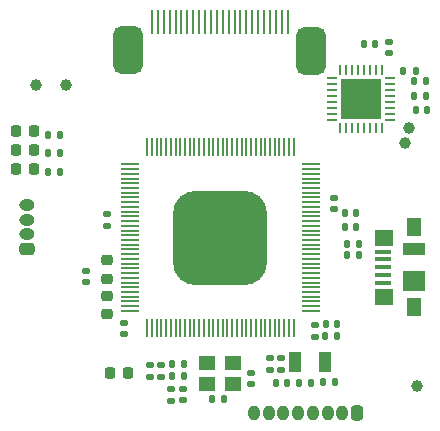
<source format=gbr>
%TF.GenerationSoftware,KiCad,Pcbnew,7.0.7*%
%TF.CreationDate,2023-12-03T17:08:10+03:00*%
%TF.ProjectId,camera_v3s,63616d65-7261-45f7-9633-732e6b696361,rev?*%
%TF.SameCoordinates,Original*%
%TF.FileFunction,Soldermask,Top*%
%TF.FilePolarity,Negative*%
%FSLAX46Y46*%
G04 Gerber Fmt 4.6, Leading zero omitted, Abs format (unit mm)*
G04 Created by KiCad (PCBNEW 7.0.7) date 2023-12-03 17:08:10*
%MOMM*%
%LPD*%
G01*
G04 APERTURE LIST*
G04 Aperture macros list*
%AMRoundRect*
0 Rectangle with rounded corners*
0 $1 Rounding radius*
0 $2 $3 $4 $5 $6 $7 $8 $9 X,Y pos of 4 corners*
0 Add a 4 corners polygon primitive as box body*
4,1,4,$2,$3,$4,$5,$6,$7,$8,$9,$2,$3,0*
0 Add four circle primitives for the rounded corners*
1,1,$1+$1,$2,$3*
1,1,$1+$1,$4,$5*
1,1,$1+$1,$6,$7*
1,1,$1+$1,$8,$9*
0 Add four rect primitives between the rounded corners*
20,1,$1+$1,$2,$3,$4,$5,0*
20,1,$1+$1,$4,$5,$6,$7,0*
20,1,$1+$1,$6,$7,$8,$9,0*
20,1,$1+$1,$8,$9,$2,$3,0*%
G04 Aperture macros list end*
%ADD10RoundRect,0.135000X-0.185000X0.135000X-0.185000X-0.135000X0.185000X-0.135000X0.185000X0.135000X0*%
%ADD11RoundRect,0.140000X-0.140000X-0.170000X0.140000X-0.170000X0.140000X0.170000X-0.140000X0.170000X0*%
%ADD12RoundRect,0.218750X-0.218750X-0.256250X0.218750X-0.256250X0.218750X0.256250X-0.218750X0.256250X0*%
%ADD13C,1.000000*%
%ADD14RoundRect,0.140000X-0.170000X0.140000X-0.170000X-0.140000X0.170000X-0.140000X0.170000X0.140000X0*%
%ADD15RoundRect,0.250000X0.400000X-0.250000X0.400000X0.250000X-0.400000X0.250000X-0.400000X-0.250000X0*%
%ADD16O,1.300000X1.000000*%
%ADD17RoundRect,0.140000X0.170000X-0.140000X0.170000X0.140000X-0.170000X0.140000X-0.170000X-0.140000X0*%
%ADD18RoundRect,0.062500X0.062500X0.937500X-0.062500X0.937500X-0.062500X-0.937500X0.062500X-0.937500X0*%
%ADD19RoundRect,0.625000X0.625000X1.375000X-0.625000X1.375000X-0.625000X-1.375000X0.625000X-1.375000X0*%
%ADD20RoundRect,0.135000X0.135000X0.185000X-0.135000X0.185000X-0.135000X-0.185000X0.135000X-0.185000X0*%
%ADD21RoundRect,0.225000X-0.250000X0.225000X-0.250000X-0.225000X0.250000X-0.225000X0.250000X0.225000X0*%
%ADD22RoundRect,0.225000X-0.225000X-0.250000X0.225000X-0.250000X0.225000X0.250000X-0.225000X0.250000X0*%
%ADD23R,1.000000X1.800000*%
%ADD24RoundRect,0.135000X-0.135000X-0.185000X0.135000X-0.185000X0.135000X0.185000X-0.135000X0.185000X0*%
%ADD25RoundRect,0.050000X-0.050000X0.687500X-0.050000X-0.687500X0.050000X-0.687500X0.050000X0.687500X0*%
%ADD26RoundRect,0.050000X-0.687500X0.050000X-0.687500X-0.050000X0.687500X-0.050000X0.687500X0.050000X0*%
%ADD27RoundRect,2.000000X-2.000000X2.000000X-2.000000X-2.000000X2.000000X-2.000000X2.000000X2.000000X0*%
%ADD28RoundRect,0.140000X0.140000X0.170000X-0.140000X0.170000X-0.140000X-0.170000X0.140000X-0.170000X0*%
%ADD29O,1.000000X1.300000*%
%ADD30RoundRect,0.250000X0.250000X0.400000X-0.250000X0.400000X-0.250000X-0.400000X0.250000X-0.400000X0*%
%ADD31RoundRect,0.225000X0.250000X-0.225000X0.250000X0.225000X-0.250000X0.225000X-0.250000X-0.225000X0*%
%ADD32RoundRect,0.062500X-0.062500X0.375000X-0.062500X-0.375000X0.062500X-0.375000X0.062500X0.375000X0*%
%ADD33RoundRect,0.062500X-0.375000X0.062500X-0.375000X-0.062500X0.375000X-0.062500X0.375000X0.062500X0*%
%ADD34R,3.450000X3.450000*%
%ADD35R,1.400000X1.200000*%
%ADD36R,1.380000X0.450000*%
%ADD37R,1.550000X1.425000*%
%ADD38R,1.300000X1.650000*%
%ADD39R,1.900000X1.800000*%
%ADD40R,1.900000X1.000000*%
G04 APERTURE END LIST*
D10*
%TO.C,R40*%
X23200000Y-30690000D03*
X23200000Y-31710000D03*
%TD*%
D11*
%TO.C,C59*%
X35420000Y-7250000D03*
X36380000Y-7250000D03*
%TD*%
%TO.C,C63*%
X35420000Y-8500000D03*
X36380000Y-8500000D03*
%TD*%
D12*
%TO.C,D1*%
X1673750Y-14700000D03*
X3248750Y-14700000D03*
%TD*%
D13*
%TO.C,TP5*%
X5950000Y-7550000D03*
%TD*%
%TO.C,TP2*%
X3400000Y-7550000D03*
%TD*%
D11*
%TO.C,C62*%
X31170000Y-4100000D03*
X32130000Y-4100000D03*
%TD*%
D12*
%TO.C,D3*%
X1666368Y-11500000D03*
X3241368Y-11500000D03*
%TD*%
D11*
%TO.C,C60*%
X35520000Y-9700000D03*
X36480000Y-9700000D03*
%TD*%
D14*
%TO.C,C13*%
X27000000Y-27920000D03*
X27000000Y-28880000D03*
%TD*%
D15*
%TO.C,J4*%
X2650000Y-21475000D03*
D16*
X2650000Y-20225000D03*
X2650000Y-18975000D03*
X2650000Y-17725000D03*
%TD*%
D11*
%TO.C,C45*%
X29520000Y-19600000D03*
X30480000Y-19600000D03*
%TD*%
D17*
%TO.C,C27*%
X7600000Y-24280000D03*
X7600000Y-23320000D03*
%TD*%
D10*
%TO.C,R15*%
X24100000Y-30690000D03*
X24100000Y-31710000D03*
%TD*%
D18*
%TO.C,X1*%
X24700000Y-2200000D03*
X24200000Y-2200000D03*
X23700000Y-2200000D03*
X23200000Y-2200000D03*
X22700000Y-2200000D03*
X22200000Y-2200000D03*
X21700000Y-2200000D03*
X21200000Y-2200000D03*
X20700000Y-2200000D03*
X20200000Y-2200000D03*
X19700000Y-2200000D03*
X19200000Y-2200000D03*
X18700000Y-2200000D03*
X18200000Y-2200000D03*
X17700000Y-2200000D03*
X17200000Y-2200000D03*
X16700000Y-2200000D03*
X16200000Y-2200000D03*
X15700000Y-2200000D03*
X15200000Y-2200000D03*
X14700000Y-2200000D03*
X14200000Y-2200000D03*
X13700000Y-2200000D03*
X13200000Y-2200000D03*
D19*
X11200000Y-4600000D03*
X26700000Y-4700000D03*
%TD*%
D13*
%TO.C,TP15*%
X35650000Y-33050000D03*
%TD*%
D20*
%TO.C,R33*%
X5460000Y-14950000D03*
X4440000Y-14950000D03*
%TD*%
D11*
%TO.C,C42*%
X27720000Y-32700000D03*
X28680000Y-32700000D03*
%TD*%
D21*
%TO.C,C18*%
X9400000Y-25425000D03*
X9400000Y-26975000D03*
%TD*%
D11*
%TO.C,C48*%
X27920000Y-27800000D03*
X28880000Y-27800000D03*
%TD*%
D20*
%TO.C,R11*%
X28910000Y-28800000D03*
X27890000Y-28800000D03*
%TD*%
D22*
%TO.C,C9*%
X9625000Y-32000000D03*
X11175000Y-32000000D03*
%TD*%
D23*
%TO.C,Y2*%
X25350000Y-31000000D03*
X27850000Y-31000000D03*
%TD*%
D20*
%TO.C,R38*%
X5460000Y-13350000D03*
X4440000Y-13350000D03*
%TD*%
D17*
%TO.C,C58*%
X33300000Y-4880000D03*
X33300000Y-3920000D03*
%TD*%
%TO.C,C51*%
X9400000Y-19480000D03*
X9400000Y-18520000D03*
%TD*%
%TO.C,C30*%
X28600000Y-18080000D03*
X28600000Y-17120000D03*
%TD*%
D14*
%TO.C,C39*%
X21600000Y-31920000D03*
X21600000Y-32880000D03*
%TD*%
D11*
%TO.C,C43*%
X18320000Y-34200000D03*
X19280000Y-34200000D03*
%TD*%
D24*
%TO.C,R18*%
X14890000Y-32200000D03*
X15910000Y-32200000D03*
%TD*%
D14*
%TO.C,C23*%
X13000000Y-31320000D03*
X13000000Y-32280000D03*
%TD*%
D13*
%TO.C,TP7*%
X34950000Y-11200000D03*
%TD*%
%TO.C,TP6*%
X34600000Y-12500000D03*
%TD*%
D25*
%TO.C,DD1*%
X25200000Y-12837500D03*
X24800000Y-12837500D03*
X24400000Y-12837500D03*
X24000000Y-12837500D03*
X23600000Y-12837500D03*
X23200000Y-12837500D03*
X22800000Y-12837500D03*
X22400000Y-12837500D03*
X22000000Y-12837500D03*
X21600000Y-12837500D03*
X21200000Y-12837500D03*
X20800000Y-12837500D03*
X20400000Y-12837500D03*
X20000000Y-12837500D03*
X19600000Y-12837500D03*
X19200000Y-12837500D03*
X18800000Y-12837500D03*
X18400000Y-12837500D03*
X18000000Y-12837500D03*
X17600000Y-12837500D03*
X17200000Y-12837500D03*
X16800000Y-12837500D03*
X16400000Y-12837500D03*
X16000000Y-12837500D03*
X15600000Y-12837500D03*
X15200000Y-12837500D03*
X14800000Y-12837500D03*
X14400000Y-12837500D03*
X14000000Y-12837500D03*
X13600000Y-12837500D03*
X13200000Y-12837500D03*
X12800000Y-12837500D03*
D26*
X11337500Y-14300000D03*
X11337500Y-14700000D03*
X11337500Y-15100000D03*
X11337500Y-15500000D03*
X11337500Y-15900000D03*
X11337500Y-16300000D03*
X11337500Y-16700000D03*
X11337500Y-17100000D03*
X11337500Y-17500000D03*
X11337500Y-17900000D03*
X11337500Y-18300000D03*
X11337500Y-18700000D03*
X11337500Y-19100000D03*
X11337500Y-19500000D03*
X11337500Y-19900000D03*
X11337500Y-20300000D03*
X11337500Y-20700000D03*
X11337500Y-21100000D03*
X11337500Y-21500000D03*
X11337500Y-21900000D03*
X11337500Y-22300000D03*
X11337500Y-22700000D03*
X11337500Y-23100000D03*
X11337500Y-23500000D03*
X11337500Y-23900000D03*
X11337500Y-24300000D03*
X11337500Y-24700000D03*
X11337500Y-25100000D03*
X11337500Y-25500000D03*
X11337500Y-25900000D03*
X11337500Y-26300000D03*
X11337500Y-26700000D03*
D25*
X12800000Y-28162500D03*
X13200000Y-28162500D03*
X13600000Y-28162500D03*
X14000000Y-28162500D03*
X14400000Y-28162500D03*
X14800000Y-28162500D03*
X15200000Y-28162500D03*
X15600000Y-28162500D03*
X16000000Y-28162500D03*
X16400000Y-28162500D03*
X16800000Y-28162500D03*
X17200000Y-28162500D03*
X17600000Y-28162500D03*
X18000000Y-28162500D03*
X18400000Y-28162500D03*
X18800000Y-28162500D03*
X19200000Y-28162500D03*
X19600000Y-28162500D03*
X20000000Y-28162500D03*
X20400000Y-28162500D03*
X20800000Y-28162500D03*
X21200000Y-28162500D03*
X21600000Y-28162500D03*
X22000000Y-28162500D03*
X22400000Y-28162500D03*
X22800000Y-28162500D03*
X23200000Y-28162500D03*
X23600000Y-28162500D03*
X24000000Y-28162500D03*
X24400000Y-28162500D03*
X24800000Y-28162500D03*
X25200000Y-28162500D03*
D26*
X26662500Y-26700000D03*
X26662500Y-26300000D03*
X26662500Y-25900000D03*
X26662500Y-25500000D03*
X26662500Y-25100000D03*
X26662500Y-24700000D03*
X26662500Y-24300000D03*
X26662500Y-23900000D03*
X26662500Y-23500000D03*
X26662500Y-23100000D03*
X26662500Y-22700000D03*
X26662500Y-22300000D03*
X26662500Y-21900000D03*
X26662500Y-21500000D03*
X26662500Y-21100000D03*
X26662500Y-20700000D03*
X26662500Y-20300000D03*
X26662500Y-19900000D03*
X26662500Y-19500000D03*
X26662500Y-19100000D03*
X26662500Y-18700000D03*
X26662500Y-18300000D03*
X26662500Y-17900000D03*
X26662500Y-17500000D03*
X26662500Y-17100000D03*
X26662500Y-16700000D03*
X26662500Y-16300000D03*
X26662500Y-15900000D03*
X26662500Y-15500000D03*
X26662500Y-15100000D03*
X26662500Y-14700000D03*
X26662500Y-14300000D03*
D27*
X19000000Y-20500000D03*
%TD*%
D28*
%TO.C,C40*%
X24680000Y-32800000D03*
X23720000Y-32800000D03*
%TD*%
D14*
%TO.C,C49*%
X10800000Y-27720000D03*
X10800000Y-28680000D03*
%TD*%
D12*
%TO.C,D2*%
X1673750Y-13100000D03*
X3248750Y-13100000D03*
%TD*%
D29*
%TO.C,J3*%
X21825000Y-35350000D03*
X23075000Y-35350000D03*
X24325000Y-35350000D03*
X25575000Y-35350000D03*
X26825000Y-35350000D03*
X28075000Y-35350000D03*
X29325000Y-35350000D03*
D30*
X30575000Y-35350000D03*
%TD*%
D10*
%TO.C,R19*%
X14800000Y-33290000D03*
X14800000Y-34310000D03*
%TD*%
D14*
%TO.C,C21*%
X15800000Y-33320000D03*
X15800000Y-34280000D03*
%TD*%
D20*
%TO.C,R35*%
X35520000Y-6350000D03*
X34500000Y-6350000D03*
%TD*%
D31*
%TO.C,C19*%
X9400000Y-23975000D03*
X9400000Y-22425000D03*
%TD*%
D20*
%TO.C,R39*%
X5460000Y-11800000D03*
X4440000Y-11800000D03*
%TD*%
D24*
%TO.C,R26*%
X25690000Y-32800000D03*
X26710000Y-32800000D03*
%TD*%
D32*
%TO.C,U1*%
X32650000Y-6312500D03*
X32150000Y-6312500D03*
X31650000Y-6312500D03*
X31150000Y-6312500D03*
X30650000Y-6312500D03*
X30150000Y-6312500D03*
X29650000Y-6312500D03*
X29150000Y-6312500D03*
D33*
X28462500Y-7000000D03*
X28462500Y-7500000D03*
X28462500Y-8000000D03*
X28462500Y-8500000D03*
X28462500Y-9000000D03*
X28462500Y-9500000D03*
X28462500Y-10000000D03*
X28462500Y-10500000D03*
D32*
X29150000Y-11187500D03*
X29650000Y-11187500D03*
X30150000Y-11187500D03*
X30650000Y-11187500D03*
X31150000Y-11187500D03*
X31650000Y-11187500D03*
X32150000Y-11187500D03*
X32650000Y-11187500D03*
D33*
X33337500Y-10500000D03*
X33337500Y-10000000D03*
X33337500Y-9500000D03*
X33337500Y-9000000D03*
X33337500Y-8500000D03*
X33337500Y-8000000D03*
X33337500Y-7500000D03*
X33337500Y-7000000D03*
D34*
X30900000Y-8750000D03*
%TD*%
D11*
%TO.C,C47*%
X14920000Y-31200000D03*
X15880000Y-31200000D03*
%TD*%
D35*
%TO.C,Y1*%
X20100000Y-31150000D03*
X17900000Y-31150000D03*
X17900000Y-32850000D03*
X20100000Y-32850000D03*
%TD*%
D36*
%TO.C,J5*%
X32740000Y-24300000D03*
X32740000Y-23650000D03*
X32740000Y-23000000D03*
X32740000Y-22350000D03*
X32740000Y-21700000D03*
D37*
X32825000Y-20512500D03*
D38*
X35400000Y-26375000D03*
D39*
X35400000Y-24150000D03*
D37*
X32825000Y-25487500D03*
D38*
X35400000Y-19625000D03*
D40*
X35400000Y-21450000D03*
%TD*%
D20*
%TO.C,R20*%
X30710000Y-21000000D03*
X29690000Y-21000000D03*
%TD*%
%TO.C,R24*%
X30710000Y-22000000D03*
X29690000Y-22000000D03*
%TD*%
D14*
%TO.C,C56*%
X14000000Y-31320000D03*
X14000000Y-32280000D03*
%TD*%
D11*
%TO.C,C33*%
X29520000Y-18400000D03*
X30480000Y-18400000D03*
%TD*%
M02*

</source>
